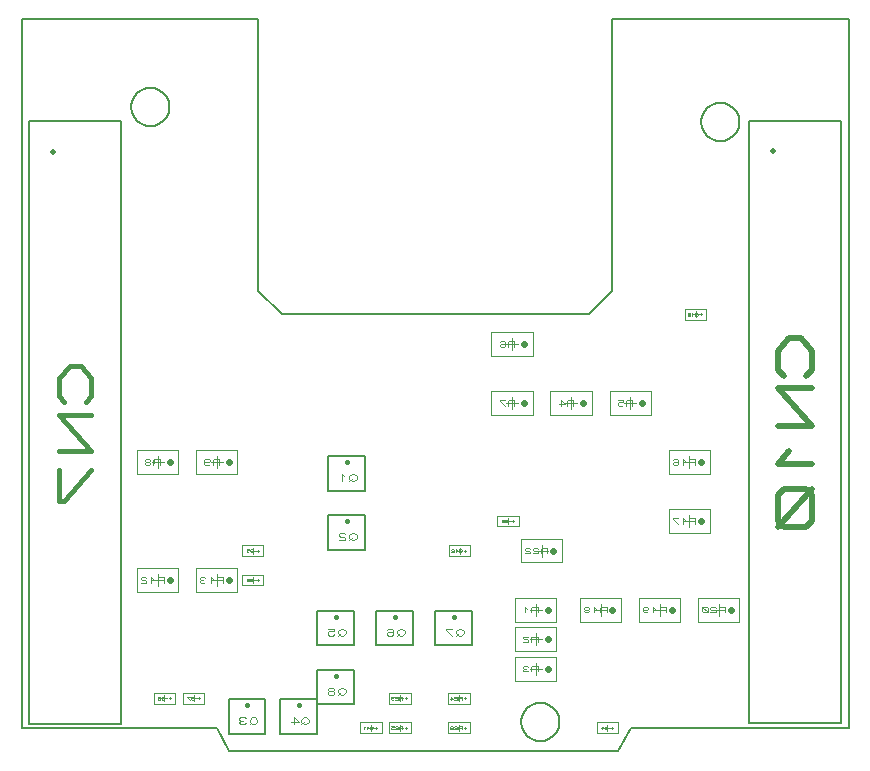
<source format=gbr>
G04 PROTEUS GERBER X2 FILE*
%TF.GenerationSoftware,Labcenter,Proteus,8.12-SP0-Build30713*%
%TF.CreationDate,2021-08-02T00:20:26+00:00*%
%TF.FileFunction,AssemblyDrawing,Bot*%
%TF.FilePolarity,Positive*%
%TF.Part,Single*%
%TF.SameCoordinates,{4cff7d1c-7656-49df-93de-6e2fb68f4e0e}*%
%FSLAX45Y45*%
%MOMM*%
G01*
%TA.AperFunction,Profile*%
%ADD21C,0.203200*%
%TA.AperFunction,Material*%
%ADD25C,0.203200*%
%ADD29C,0.508000*%
%ADD64C,0.461430*%
%ADD65C,0.473190*%
%ADD54C,0.050000*%
%ADD62C,0.579120*%
%ADD63C,0.076070*%
%ADD66C,0.406400*%
%ADD67C,0.096520*%
%ADD68C,0.243840*%
%ADD69C,0.034990*%
%ADD74C,0.038320*%
%TD.AperFunction*%
D21*
X+0Y+0D02*
X+1650000Y+0D01*
X+7000000Y+0D02*
X+7000000Y+6000000D01*
X+5000000Y+6000000D01*
X+5000000Y+3700000D01*
X+4800000Y+3500000D01*
X+2200000Y+3500000D01*
X+2000000Y+3700000D02*
X+2000000Y+6000000D01*
X+0Y+6000000D01*
X+0Y+0D01*
X+2000000Y+3700000D02*
X+2200000Y+3500000D01*
X+5160000Y+0D02*
X+7000000Y+0D01*
X+1750000Y-200000D02*
X+5050000Y-200000D01*
X+1650000Y+0D02*
X+1750000Y-200000D01*
X+5160000Y+0D02*
X+5050000Y-200000D01*
X+4550045Y+50000D02*
X+4549508Y+63142D01*
X+4545144Y+89427D01*
X+4536029Y+115712D01*
X+4521182Y+141997D01*
X+4498470Y+168118D01*
X+4472185Y+187898D01*
X+4445900Y+200658D01*
X+4419615Y+208108D01*
X+4393330Y+210987D01*
X+4389000Y+211045D01*
X+4227955Y+50000D02*
X+4228492Y+63142D01*
X+4232856Y+89427D01*
X+4241971Y+115712D01*
X+4256818Y+141997D01*
X+4279530Y+168118D01*
X+4305815Y+187898D01*
X+4332100Y+200658D01*
X+4358385Y+208108D01*
X+4384670Y+210987D01*
X+4389000Y+211045D01*
X+4227955Y+50000D02*
X+4228492Y+36858D01*
X+4232856Y+10573D01*
X+4241971Y-15712D01*
X+4256818Y-41997D01*
X+4279530Y-68118D01*
X+4305815Y-87898D01*
X+4332100Y-100658D01*
X+4358385Y-108108D01*
X+4384670Y-110987D01*
X+4389000Y-111045D01*
X+4550045Y+50000D02*
X+4549508Y+36858D01*
X+4545144Y+10573D01*
X+4536029Y-15712D01*
X+4521182Y-41997D01*
X+4498470Y-68118D01*
X+4472185Y-87898D01*
X+4445900Y-100658D01*
X+4419615Y-108108D01*
X+4393330Y-110987D01*
X+4389000Y-111045D01*
X+6074045Y+5130000D02*
X+6073508Y+5143142D01*
X+6069144Y+5169427D01*
X+6060029Y+5195712D01*
X+6045182Y+5221997D01*
X+6022470Y+5248118D01*
X+5996185Y+5267898D01*
X+5969900Y+5280658D01*
X+5943615Y+5288108D01*
X+5917330Y+5290987D01*
X+5913000Y+5291045D01*
X+5751955Y+5130000D02*
X+5752492Y+5143142D01*
X+5756856Y+5169427D01*
X+5765971Y+5195712D01*
X+5780818Y+5221997D01*
X+5803530Y+5248118D01*
X+5829815Y+5267898D01*
X+5856100Y+5280658D01*
X+5882385Y+5288108D01*
X+5908670Y+5290987D01*
X+5913000Y+5291045D01*
X+5751955Y+5130000D02*
X+5752492Y+5116858D01*
X+5756856Y+5090573D01*
X+5765971Y+5064288D01*
X+5780818Y+5038003D01*
X+5803530Y+5011882D01*
X+5829815Y+4992102D01*
X+5856100Y+4979342D01*
X+5882385Y+4971892D01*
X+5908670Y+4969013D01*
X+5913000Y+4968955D01*
X+6074045Y+5130000D02*
X+6073508Y+5116858D01*
X+6069144Y+5090573D01*
X+6060029Y+5064288D01*
X+6045182Y+5038003D01*
X+6022470Y+5011882D01*
X+5996185Y+4992102D01*
X+5969900Y+4979342D01*
X+5943615Y+4971892D01*
X+5917330Y+4969013D01*
X+5913000Y+4968955D01*
X+1248045Y+5257000D02*
X+1247508Y+5270142D01*
X+1243144Y+5296427D01*
X+1234029Y+5322712D01*
X+1219182Y+5348997D01*
X+1196470Y+5375118D01*
X+1170185Y+5394898D01*
X+1143900Y+5407658D01*
X+1117615Y+5415108D01*
X+1091330Y+5417987D01*
X+1087000Y+5418045D01*
X+925955Y+5257000D02*
X+926492Y+5270142D01*
X+930856Y+5296427D01*
X+939971Y+5322712D01*
X+954818Y+5348997D01*
X+977530Y+5375118D01*
X+1003815Y+5394898D01*
X+1030100Y+5407658D01*
X+1056385Y+5415108D01*
X+1082670Y+5417987D01*
X+1087000Y+5418045D01*
X+925955Y+5257000D02*
X+926492Y+5243858D01*
X+930856Y+5217573D01*
X+939971Y+5191288D01*
X+954818Y+5165003D01*
X+977530Y+5138882D01*
X+1003815Y+5119102D01*
X+1030100Y+5106342D01*
X+1056385Y+5098892D01*
X+1082670Y+5096013D01*
X+1087000Y+5095955D01*
X+1248045Y+5257000D02*
X+1247508Y+5243858D01*
X+1243144Y+5217573D01*
X+1234029Y+5191288D01*
X+1219182Y+5165003D01*
X+1196470Y+5138882D01*
X+1170185Y+5119102D01*
X+1143900Y+5106342D01*
X+1117615Y+5098892D01*
X+1091330Y+5096013D01*
X+1087000Y+5095955D01*
D25*
X+59840Y+35840D02*
X+840160Y+35840D01*
X+840160Y+5136160D01*
X+59840Y+5136160D01*
X+59840Y+35840D01*
D29*
X+260000Y+4876000D02*
X+260000Y+4876000D01*
D64*
X+542288Y+2754691D02*
X+588432Y+2806603D01*
X+588432Y+2962339D01*
X+496144Y+3066162D01*
X+403856Y+3066162D01*
X+311568Y+2962339D01*
X+311568Y+2806603D01*
X+357712Y+2754691D01*
X+588432Y+2650867D02*
X+311568Y+2650867D01*
X+588432Y+2339396D01*
X+311568Y+2339396D01*
X+311568Y+2183661D02*
X+311568Y+1924101D01*
X+357712Y+1924101D01*
X+588432Y+2183661D01*
D25*
X+6155840Y+39840D02*
X+6936160Y+39840D01*
X+6936160Y+5140160D01*
X+6155840Y+5140160D01*
X+6155840Y+39840D01*
D29*
X+6356000Y+4880000D02*
X+6356000Y+4880000D01*
D65*
X+6640640Y+2979569D02*
X+6687960Y+3032804D01*
X+6687960Y+3192509D01*
X+6593320Y+3298978D01*
X+6498680Y+3298978D01*
X+6404040Y+3192509D01*
X+6404040Y+3032804D01*
X+6451360Y+2979569D01*
X+6687960Y+2873099D02*
X+6404040Y+2873099D01*
X+6687960Y+2553690D01*
X+6404040Y+2553690D01*
X+6498680Y+2340751D02*
X+6404040Y+2234281D01*
X+6687960Y+2234281D01*
X+6640640Y+2021341D02*
X+6451360Y+2021341D01*
X+6404040Y+1968107D01*
X+6404040Y+1755167D01*
X+6451360Y+1701932D01*
X+6640640Y+1701932D01*
X+6687960Y+1755167D01*
X+6687960Y+1968107D01*
X+6640640Y+2021341D01*
X+6687960Y+2021341D02*
X+6404040Y+1701932D01*
D54*
X+4525000Y+900000D02*
X+4175000Y+900000D01*
X+4175000Y+1100000D01*
X+4525000Y+1100000D01*
X+4525000Y+900000D01*
X+4350000Y+1050000D02*
X+4350000Y+950000D01*
X+4300000Y+1000000D02*
X+4400000Y+1000000D01*
D62*
X+4450000Y+1000000D02*
X+4450000Y+1000000D01*
D63*
X+4365238Y+977177D02*
X+4365238Y+1022822D01*
X+4322447Y+1022822D01*
X+4313889Y+1015214D01*
X+4313889Y+1007607D01*
X+4322447Y+1000000D01*
X+4365238Y+1000000D01*
X+4322447Y+1000000D02*
X+4313889Y+992392D01*
X+4313889Y+977177D01*
X+4279656Y+1007607D02*
X+4262539Y+1022822D01*
X+4262539Y+977177D01*
D54*
X+4525000Y+650000D02*
X+4175000Y+650000D01*
X+4175000Y+850000D01*
X+4525000Y+850000D01*
X+4525000Y+650000D01*
X+4350000Y+800000D02*
X+4350000Y+700000D01*
X+4300000Y+750000D02*
X+4400000Y+750000D01*
D62*
X+4450000Y+750000D02*
X+4450000Y+750000D01*
D63*
X+4365238Y+727177D02*
X+4365238Y+772822D01*
X+4322447Y+772822D01*
X+4313889Y+765214D01*
X+4313889Y+757607D01*
X+4322447Y+750000D01*
X+4365238Y+750000D01*
X+4322447Y+750000D02*
X+4313889Y+742392D01*
X+4313889Y+727177D01*
X+4288214Y+765214D02*
X+4279656Y+772822D01*
X+4253981Y+772822D01*
X+4245423Y+765214D01*
X+4245423Y+757607D01*
X+4253981Y+750000D01*
X+4279656Y+750000D01*
X+4288214Y+742392D01*
X+4288214Y+727177D01*
X+4245423Y+727177D01*
D54*
X+4525000Y+400000D02*
X+4175000Y+400000D01*
X+4175000Y+600000D01*
X+4525000Y+600000D01*
X+4525000Y+400000D01*
X+4350000Y+550000D02*
X+4350000Y+450000D01*
X+4300000Y+500000D02*
X+4400000Y+500000D01*
D62*
X+4450000Y+500000D02*
X+4450000Y+500000D01*
D63*
X+4365238Y+477177D02*
X+4365238Y+522822D01*
X+4322447Y+522822D01*
X+4313889Y+515214D01*
X+4313889Y+507607D01*
X+4322447Y+500000D01*
X+4365238Y+500000D01*
X+4322447Y+500000D02*
X+4313889Y+492392D01*
X+4313889Y+477177D01*
X+4288214Y+515214D02*
X+4279656Y+522822D01*
X+4253981Y+522822D01*
X+4245423Y+515214D01*
X+4245423Y+507607D01*
X+4253981Y+500000D01*
X+4245423Y+492392D01*
X+4245423Y+484785D01*
X+4253981Y+477177D01*
X+4279656Y+477177D01*
X+4288214Y+484785D01*
X+4271098Y+500000D02*
X+4253981Y+500000D01*
D54*
X+4825000Y+2650000D02*
X+4475000Y+2650000D01*
X+4475000Y+2850000D01*
X+4825000Y+2850000D01*
X+4825000Y+2650000D01*
X+4650000Y+2800000D02*
X+4650000Y+2700000D01*
X+4600000Y+2750000D02*
X+4700000Y+2750000D01*
D62*
X+4750000Y+2750000D02*
X+4750000Y+2750000D01*
D63*
X+4665238Y+2727177D02*
X+4665238Y+2772822D01*
X+4622447Y+2772822D01*
X+4613889Y+2765214D01*
X+4613889Y+2757607D01*
X+4622447Y+2750000D01*
X+4665238Y+2750000D01*
X+4622447Y+2750000D02*
X+4613889Y+2742392D01*
X+4613889Y+2727177D01*
X+4545423Y+2742392D02*
X+4596772Y+2742392D01*
X+4562539Y+2772822D01*
X+4562539Y+2727177D01*
D54*
X+5325000Y+2650000D02*
X+4975000Y+2650000D01*
X+4975000Y+2850000D01*
X+5325000Y+2850000D01*
X+5325000Y+2650000D01*
X+5150000Y+2800000D02*
X+5150000Y+2700000D01*
X+5100000Y+2750000D02*
X+5200000Y+2750000D01*
D62*
X+5250000Y+2750000D02*
X+5250000Y+2750000D01*
D63*
X+5165238Y+2727177D02*
X+5165238Y+2772822D01*
X+5122447Y+2772822D01*
X+5113889Y+2765214D01*
X+5113889Y+2757607D01*
X+5122447Y+2750000D01*
X+5165238Y+2750000D01*
X+5122447Y+2750000D02*
X+5113889Y+2742392D01*
X+5113889Y+2727177D01*
X+5045423Y+2772822D02*
X+5088214Y+2772822D01*
X+5088214Y+2757607D01*
X+5053981Y+2757607D01*
X+5045423Y+2750000D01*
X+5045423Y+2734785D01*
X+5053981Y+2727177D01*
X+5079656Y+2727177D01*
X+5088214Y+2734785D01*
D54*
X+4325000Y+3150000D02*
X+3975000Y+3150000D01*
X+3975000Y+3350000D01*
X+4325000Y+3350000D01*
X+4325000Y+3150000D01*
X+4150000Y+3300000D02*
X+4150000Y+3200000D01*
X+4100000Y+3250000D02*
X+4200000Y+3250000D01*
D62*
X+4250000Y+3250000D02*
X+4250000Y+3250000D01*
D63*
X+4165238Y+3227177D02*
X+4165238Y+3272822D01*
X+4122447Y+3272822D01*
X+4113889Y+3265214D01*
X+4113889Y+3257607D01*
X+4122447Y+3250000D01*
X+4165238Y+3250000D01*
X+4122447Y+3250000D02*
X+4113889Y+3242392D01*
X+4113889Y+3227177D01*
X+4045423Y+3265214D02*
X+4053981Y+3272822D01*
X+4079656Y+3272822D01*
X+4088214Y+3265214D01*
X+4088214Y+3234785D01*
X+4079656Y+3227177D01*
X+4053981Y+3227177D01*
X+4045423Y+3234785D01*
X+4045423Y+3242392D01*
X+4053981Y+3250000D01*
X+4088214Y+3250000D01*
D54*
X+4325000Y+2650000D02*
X+3975000Y+2650000D01*
X+3975000Y+2850000D01*
X+4325000Y+2850000D01*
X+4325000Y+2650000D01*
X+4150000Y+2800000D02*
X+4150000Y+2700000D01*
X+4100000Y+2750000D02*
X+4200000Y+2750000D01*
D62*
X+4250000Y+2750000D02*
X+4250000Y+2750000D01*
D63*
X+4165238Y+2727177D02*
X+4165238Y+2772822D01*
X+4122447Y+2772822D01*
X+4113889Y+2765214D01*
X+4113889Y+2757607D01*
X+4122447Y+2750000D01*
X+4165238Y+2750000D01*
X+4122447Y+2750000D02*
X+4113889Y+2742392D01*
X+4113889Y+2727177D01*
X+4088214Y+2772822D02*
X+4045423Y+2772822D01*
X+4045423Y+2765214D01*
X+4088214Y+2727177D01*
D54*
X+1325000Y+2150000D02*
X+975000Y+2150000D01*
X+975000Y+2350000D01*
X+1325000Y+2350000D01*
X+1325000Y+2150000D01*
X+1150000Y+2300000D02*
X+1150000Y+2200000D01*
X+1100000Y+2250000D02*
X+1200000Y+2250000D01*
D62*
X+1250000Y+2250000D02*
X+1250000Y+2250000D01*
D63*
X+1165238Y+2227177D02*
X+1165238Y+2272822D01*
X+1122447Y+2272822D01*
X+1113889Y+2265214D01*
X+1113889Y+2257607D01*
X+1122447Y+2250000D01*
X+1165238Y+2250000D01*
X+1122447Y+2250000D02*
X+1113889Y+2242392D01*
X+1113889Y+2227177D01*
X+1079656Y+2250000D02*
X+1088214Y+2257607D01*
X+1088214Y+2265214D01*
X+1079656Y+2272822D01*
X+1053981Y+2272822D01*
X+1045423Y+2265214D01*
X+1045423Y+2257607D01*
X+1053981Y+2250000D01*
X+1079656Y+2250000D01*
X+1088214Y+2242392D01*
X+1088214Y+2234785D01*
X+1079656Y+2227177D01*
X+1053981Y+2227177D01*
X+1045423Y+2234785D01*
X+1045423Y+2242392D01*
X+1053981Y+2250000D01*
D54*
X+1825000Y+2150000D02*
X+1475000Y+2150000D01*
X+1475000Y+2350000D01*
X+1825000Y+2350000D01*
X+1825000Y+2150000D01*
X+1650000Y+2300000D02*
X+1650000Y+2200000D01*
X+1600000Y+2250000D02*
X+1700000Y+2250000D01*
D62*
X+1750000Y+2250000D02*
X+1750000Y+2250000D01*
D63*
X+1665238Y+2227177D02*
X+1665238Y+2272822D01*
X+1622447Y+2272822D01*
X+1613889Y+2265214D01*
X+1613889Y+2257607D01*
X+1622447Y+2250000D01*
X+1665238Y+2250000D01*
X+1622447Y+2250000D02*
X+1613889Y+2242392D01*
X+1613889Y+2227177D01*
X+1545423Y+2257607D02*
X+1553981Y+2250000D01*
X+1579656Y+2250000D01*
X+1588214Y+2257607D01*
X+1588214Y+2265214D01*
X+1579656Y+2272822D01*
X+1553981Y+2272822D01*
X+1545423Y+2265214D01*
X+1545423Y+2234785D01*
X+1553981Y+2227177D01*
X+1579656Y+2227177D01*
D54*
X+1325000Y+1150000D02*
X+975000Y+1150000D01*
X+975000Y+1350000D01*
X+1325000Y+1350000D01*
X+1325000Y+1150000D01*
X+1150000Y+1300000D02*
X+1150000Y+1200000D01*
X+1100000Y+1250000D02*
X+1200000Y+1250000D01*
D62*
X+1250000Y+1250000D02*
X+1250000Y+1250000D01*
D63*
X+1199471Y+1227177D02*
X+1199471Y+1272822D01*
X+1156680Y+1272822D01*
X+1148122Y+1265214D01*
X+1148122Y+1257607D01*
X+1156680Y+1250000D01*
X+1199471Y+1250000D01*
X+1156680Y+1250000D02*
X+1148122Y+1242392D01*
X+1148122Y+1227177D01*
X+1113889Y+1257607D02*
X+1096772Y+1272822D01*
X+1096772Y+1227177D01*
X+1053981Y+1265214D02*
X+1045423Y+1272822D01*
X+1019748Y+1272822D01*
X+1011190Y+1265214D01*
X+1011190Y+1257607D01*
X+1019748Y+1250000D01*
X+1045423Y+1250000D01*
X+1053981Y+1242392D01*
X+1053981Y+1227177D01*
X+1011190Y+1227177D01*
D54*
X+1825000Y+1150000D02*
X+1475000Y+1150000D01*
X+1475000Y+1350000D01*
X+1825000Y+1350000D01*
X+1825000Y+1150000D01*
X+1650000Y+1300000D02*
X+1650000Y+1200000D01*
X+1600000Y+1250000D02*
X+1700000Y+1250000D01*
D62*
X+1750000Y+1250000D02*
X+1750000Y+1250000D01*
D63*
X+1699471Y+1227177D02*
X+1699471Y+1272822D01*
X+1656680Y+1272822D01*
X+1648122Y+1265214D01*
X+1648122Y+1257607D01*
X+1656680Y+1250000D01*
X+1699471Y+1250000D01*
X+1656680Y+1250000D02*
X+1648122Y+1242392D01*
X+1648122Y+1227177D01*
X+1613889Y+1257607D02*
X+1596772Y+1272822D01*
X+1596772Y+1227177D01*
X+1553981Y+1265214D02*
X+1545423Y+1272822D01*
X+1519748Y+1272822D01*
X+1511190Y+1265214D01*
X+1511190Y+1257607D01*
X+1519748Y+1250000D01*
X+1511190Y+1242392D01*
X+1511190Y+1234785D01*
X+1519748Y+1227177D01*
X+1545423Y+1227177D01*
X+1553981Y+1234785D01*
X+1536865Y+1250000D02*
X+1519748Y+1250000D01*
D25*
X+2595060Y+2008700D02*
X+2904940Y+2008700D01*
X+2904940Y+2300800D01*
X+2595060Y+2300800D01*
X+2595060Y+2008700D01*
D66*
X+2750000Y+2250000D02*
X+2750000Y+2250000D01*
D67*
X+2836868Y+2128842D02*
X+2815151Y+2148146D01*
X+2793434Y+2148146D01*
X+2771717Y+2128842D01*
X+2771717Y+2109538D01*
X+2793434Y+2090234D01*
X+2815151Y+2090234D01*
X+2836868Y+2109538D01*
X+2836868Y+2128842D01*
X+2793434Y+2109538D02*
X+2771717Y+2090234D01*
X+2728283Y+2128842D02*
X+2706566Y+2148146D01*
X+2706566Y+2090234D01*
D25*
X+2595060Y+1508700D02*
X+2904940Y+1508700D01*
X+2904940Y+1800800D01*
X+2595060Y+1800800D01*
X+2595060Y+1508700D01*
D66*
X+2750000Y+1750000D02*
X+2750000Y+1750000D01*
D67*
X+2836868Y+1628842D02*
X+2815151Y+1648146D01*
X+2793434Y+1648146D01*
X+2771717Y+1628842D01*
X+2771717Y+1609538D01*
X+2793434Y+1590234D01*
X+2815151Y+1590234D01*
X+2836868Y+1609538D01*
X+2836868Y+1628842D01*
X+2793434Y+1609538D02*
X+2771717Y+1590234D01*
X+2739142Y+1638494D02*
X+2728283Y+1648146D01*
X+2695708Y+1648146D01*
X+2684849Y+1638494D01*
X+2684849Y+1628842D01*
X+2695708Y+1619190D01*
X+2728283Y+1619190D01*
X+2739142Y+1609538D01*
X+2739142Y+1590234D01*
X+2684849Y+1590234D01*
D25*
X+1751080Y-50800D02*
X+2060960Y-50800D01*
X+2060960Y+241300D01*
X+1751080Y+241300D01*
X+1751080Y-50800D01*
D66*
X+1906020Y+190500D02*
X+1906020Y+190500D01*
D67*
X+1992888Y+69342D02*
X+1971171Y+88646D01*
X+1949454Y+88646D01*
X+1927737Y+69342D01*
X+1927737Y+50038D01*
X+1949454Y+30734D01*
X+1971171Y+30734D01*
X+1992888Y+50038D01*
X+1992888Y+69342D01*
X+1949454Y+50038D02*
X+1927737Y+30734D01*
X+1895162Y+78994D02*
X+1884303Y+88646D01*
X+1851728Y+88646D01*
X+1840869Y+78994D01*
X+1840869Y+69342D01*
X+1851728Y+59690D01*
X+1840869Y+50038D01*
X+1840869Y+40386D01*
X+1851728Y+30734D01*
X+1884303Y+30734D01*
X+1895162Y+40386D01*
X+1873445Y+59690D02*
X+1851728Y+59690D01*
D25*
X+2189040Y-50800D02*
X+2498920Y-50800D01*
X+2498920Y+241300D01*
X+2189040Y+241300D01*
X+2189040Y-50800D01*
D66*
X+2343980Y+190500D02*
X+2343980Y+190500D01*
D67*
X+2430848Y+69342D02*
X+2409131Y+88646D01*
X+2387414Y+88646D01*
X+2365697Y+69342D01*
X+2365697Y+50038D01*
X+2387414Y+30734D01*
X+2409131Y+30734D01*
X+2430848Y+50038D01*
X+2430848Y+69342D01*
X+2387414Y+50038D02*
X+2365697Y+30734D01*
X+2278829Y+50038D02*
X+2343980Y+50038D01*
X+2300546Y+88646D01*
X+2300546Y+30734D01*
D54*
X+5045000Y-45000D02*
X+4865000Y-45000D01*
X+4865000Y+45000D01*
X+5045000Y+45000D01*
X+5045000Y-45000D01*
X+4955000Y+25000D02*
X+4955000Y-25000D01*
X+4930000Y+0D02*
X+4980000Y+0D01*
D68*
X+5000000Y+0D02*
X+5000000Y+0D01*
D69*
X+4933028Y-7000D02*
X+4936965Y-10499D01*
X+4948776Y-10499D01*
X+4956650Y-3500D01*
X+4956650Y+3499D01*
X+4948776Y+10498D01*
X+4936965Y+10498D01*
X+4933028Y+6999D01*
X+4901532Y-3500D02*
X+4925154Y-3500D01*
X+4909406Y+10498D01*
X+4909406Y-10499D01*
D54*
X+2045000Y+1455000D02*
X+1865000Y+1455000D01*
X+1865000Y+1545000D01*
X+2045000Y+1545000D01*
X+2045000Y+1455000D01*
X+1955000Y+1525000D02*
X+1955000Y+1475000D01*
X+1930000Y+1500000D02*
X+1980000Y+1500000D01*
D68*
X+2000000Y+1500000D02*
X+2000000Y+1500000D01*
D69*
X+1933028Y+1493000D02*
X+1936965Y+1489501D01*
X+1948776Y+1489501D01*
X+1956650Y+1496500D01*
X+1956650Y+1503499D01*
X+1948776Y+1510498D01*
X+1936965Y+1510498D01*
X+1933028Y+1506999D01*
X+1901532Y+1510498D02*
X+1921217Y+1510498D01*
X+1921217Y+1503499D01*
X+1905469Y+1503499D01*
X+1901532Y+1500000D01*
X+1901532Y+1493000D01*
X+1905469Y+1489501D01*
X+1917280Y+1489501D01*
X+1921217Y+1493000D01*
D54*
X+2045000Y+1205000D02*
X+1865000Y+1205000D01*
X+1865000Y+1295000D01*
X+2045000Y+1295000D01*
X+2045000Y+1205000D01*
X+1955000Y+1275000D02*
X+1955000Y+1225000D01*
X+1930000Y+1250000D02*
X+1980000Y+1250000D01*
D68*
X+2000000Y+1250000D02*
X+2000000Y+1250000D01*
D69*
X+1933028Y+1243000D02*
X+1936965Y+1239501D01*
X+1948776Y+1239501D01*
X+1956650Y+1246500D01*
X+1956650Y+1253499D01*
X+1948776Y+1260498D01*
X+1936965Y+1260498D01*
X+1933028Y+1256999D01*
X+1901532Y+1256999D02*
X+1905469Y+1260498D01*
X+1917280Y+1260498D01*
X+1921217Y+1256999D01*
X+1921217Y+1243000D01*
X+1917280Y+1239501D01*
X+1905469Y+1239501D01*
X+1901532Y+1243000D01*
X+1901532Y+1246500D01*
X+1905469Y+1250000D01*
X+1921217Y+1250000D01*
D54*
X+1545000Y+205000D02*
X+1365000Y+205000D01*
X+1365000Y+295000D01*
X+1545000Y+295000D01*
X+1545000Y+205000D01*
X+1455000Y+275000D02*
X+1455000Y+225000D01*
X+1430000Y+250000D02*
X+1480000Y+250000D01*
D68*
X+1500000Y+250000D02*
X+1500000Y+250000D01*
D69*
X+1433028Y+243000D02*
X+1436965Y+239501D01*
X+1448776Y+239501D01*
X+1456650Y+246500D01*
X+1456650Y+253499D01*
X+1448776Y+260498D01*
X+1436965Y+260498D01*
X+1433028Y+256999D01*
X+1421217Y+260498D02*
X+1401532Y+260498D01*
X+1401532Y+256999D01*
X+1421217Y+239501D01*
D54*
X+1295000Y+205000D02*
X+1115000Y+205000D01*
X+1115000Y+295000D01*
X+1295000Y+295000D01*
X+1295000Y+205000D01*
X+1205000Y+275000D02*
X+1205000Y+225000D01*
X+1180000Y+250000D02*
X+1230000Y+250000D01*
D68*
X+1250000Y+250000D02*
X+1250000Y+250000D01*
D69*
X+1183028Y+243000D02*
X+1186965Y+239501D01*
X+1198776Y+239501D01*
X+1206650Y+246500D01*
X+1206650Y+253499D01*
X+1198776Y+260498D01*
X+1186965Y+260498D01*
X+1183028Y+256999D01*
X+1167280Y+250000D02*
X+1171217Y+253499D01*
X+1171217Y+256999D01*
X+1167280Y+260498D01*
X+1155469Y+260498D01*
X+1151532Y+256999D01*
X+1151532Y+253499D01*
X+1155469Y+250000D01*
X+1167280Y+250000D01*
X+1171217Y+246500D01*
X+1171217Y+243000D01*
X+1167280Y+239501D01*
X+1155469Y+239501D01*
X+1151532Y+243000D01*
X+1151532Y+246500D01*
X+1155469Y+250000D01*
D54*
X+5825000Y+2150000D02*
X+5475000Y+2150000D01*
X+5475000Y+2350000D01*
X+5825000Y+2350000D01*
X+5825000Y+2150000D01*
X+5650000Y+2300000D02*
X+5650000Y+2200000D01*
X+5600000Y+2250000D02*
X+5700000Y+2250000D01*
D62*
X+5750000Y+2250000D02*
X+5750000Y+2250000D01*
D63*
X+5699471Y+2227177D02*
X+5699471Y+2272822D01*
X+5656680Y+2272822D01*
X+5648122Y+2265214D01*
X+5648122Y+2257607D01*
X+5656680Y+2250000D01*
X+5699471Y+2250000D01*
X+5656680Y+2250000D02*
X+5648122Y+2242392D01*
X+5648122Y+2227177D01*
X+5613889Y+2257607D02*
X+5596772Y+2272822D01*
X+5596772Y+2227177D01*
X+5511190Y+2265214D02*
X+5519748Y+2272822D01*
X+5545423Y+2272822D01*
X+5553981Y+2265214D01*
X+5553981Y+2234785D01*
X+5545423Y+2227177D01*
X+5519748Y+2227177D01*
X+5511190Y+2234785D01*
X+5511190Y+2242392D01*
X+5519748Y+2250000D01*
X+5553981Y+2250000D01*
D54*
X+5825000Y+1650000D02*
X+5475000Y+1650000D01*
X+5475000Y+1850000D01*
X+5825000Y+1850000D01*
X+5825000Y+1650000D01*
X+5650000Y+1800000D02*
X+5650000Y+1700000D01*
X+5600000Y+1750000D02*
X+5700000Y+1750000D01*
D62*
X+5750000Y+1750000D02*
X+5750000Y+1750000D01*
D63*
X+5699471Y+1727177D02*
X+5699471Y+1772822D01*
X+5656680Y+1772822D01*
X+5648122Y+1765214D01*
X+5648122Y+1757607D01*
X+5656680Y+1750000D01*
X+5699471Y+1750000D01*
X+5656680Y+1750000D02*
X+5648122Y+1742392D01*
X+5648122Y+1727177D01*
X+5613889Y+1757607D02*
X+5596772Y+1772822D01*
X+5596772Y+1727177D01*
X+5553981Y+1772822D02*
X+5511190Y+1772822D01*
X+5511190Y+1765214D01*
X+5553981Y+1727177D01*
D54*
X+5075000Y+900000D02*
X+4725000Y+900000D01*
X+4725000Y+1100000D01*
X+5075000Y+1100000D01*
X+5075000Y+900000D01*
X+4900000Y+1050000D02*
X+4900000Y+950000D01*
X+4850000Y+1000000D02*
X+4950000Y+1000000D01*
D62*
X+5000000Y+1000000D02*
X+5000000Y+1000000D01*
D63*
X+4949471Y+977177D02*
X+4949471Y+1022822D01*
X+4906680Y+1022822D01*
X+4898122Y+1015214D01*
X+4898122Y+1007607D01*
X+4906680Y+1000000D01*
X+4949471Y+1000000D01*
X+4906680Y+1000000D02*
X+4898122Y+992392D01*
X+4898122Y+977177D01*
X+4863889Y+1007607D02*
X+4846772Y+1022822D01*
X+4846772Y+977177D01*
X+4795423Y+1000000D02*
X+4803981Y+1007607D01*
X+4803981Y+1015214D01*
X+4795423Y+1022822D01*
X+4769748Y+1022822D01*
X+4761190Y+1015214D01*
X+4761190Y+1007607D01*
X+4769748Y+1000000D01*
X+4795423Y+1000000D01*
X+4803981Y+992392D01*
X+4803981Y+984785D01*
X+4795423Y+977177D01*
X+4769748Y+977177D01*
X+4761190Y+984785D01*
X+4761190Y+992392D01*
X+4769748Y+1000000D01*
D54*
X+5575000Y+900000D02*
X+5225000Y+900000D01*
X+5225000Y+1100000D01*
X+5575000Y+1100000D01*
X+5575000Y+900000D01*
X+5400000Y+1050000D02*
X+5400000Y+950000D01*
X+5350000Y+1000000D02*
X+5450000Y+1000000D01*
D62*
X+5500000Y+1000000D02*
X+5500000Y+1000000D01*
D63*
X+5449471Y+977177D02*
X+5449471Y+1022822D01*
X+5406680Y+1022822D01*
X+5398122Y+1015214D01*
X+5398122Y+1007607D01*
X+5406680Y+1000000D01*
X+5449471Y+1000000D01*
X+5406680Y+1000000D02*
X+5398122Y+992392D01*
X+5398122Y+977177D01*
X+5363889Y+1007607D02*
X+5346772Y+1022822D01*
X+5346772Y+977177D01*
X+5261190Y+1007607D02*
X+5269748Y+1000000D01*
X+5295423Y+1000000D01*
X+5303981Y+1007607D01*
X+5303981Y+1015214D01*
X+5295423Y+1022822D01*
X+5269748Y+1022822D01*
X+5261190Y+1015214D01*
X+5261190Y+984785D01*
X+5269748Y+977177D01*
X+5295423Y+977177D01*
D54*
X+6075000Y+900000D02*
X+5725000Y+900000D01*
X+5725000Y+1100000D01*
X+6075000Y+1100000D01*
X+6075000Y+900000D01*
X+5900000Y+1050000D02*
X+5900000Y+950000D01*
X+5850000Y+1000000D02*
X+5950000Y+1000000D01*
D62*
X+6000000Y+1000000D02*
X+6000000Y+1000000D01*
D63*
X+5949471Y+977177D02*
X+5949471Y+1022822D01*
X+5906680Y+1022822D01*
X+5898122Y+1015214D01*
X+5898122Y+1007607D01*
X+5906680Y+1000000D01*
X+5949471Y+1000000D01*
X+5906680Y+1000000D02*
X+5898122Y+992392D01*
X+5898122Y+977177D01*
X+5872447Y+1015214D02*
X+5863889Y+1022822D01*
X+5838214Y+1022822D01*
X+5829656Y+1015214D01*
X+5829656Y+1007607D01*
X+5838214Y+1000000D01*
X+5863889Y+1000000D01*
X+5872447Y+992392D01*
X+5872447Y+977177D01*
X+5829656Y+977177D01*
X+5812539Y+984785D02*
X+5812539Y+1015214D01*
X+5803981Y+1022822D01*
X+5769748Y+1022822D01*
X+5761190Y+1015214D01*
X+5761190Y+984785D01*
X+5769748Y+977177D01*
X+5803981Y+977177D01*
X+5812539Y+984785D01*
X+5812539Y+977177D02*
X+5761190Y+1022822D01*
D54*
X+4205000Y+1705000D02*
X+4025000Y+1705000D01*
X+4025000Y+1795000D01*
X+4205000Y+1795000D01*
X+4205000Y+1705000D01*
X+4115000Y+1775000D02*
X+4115000Y+1725000D01*
X+4090000Y+1750000D02*
X+4140000Y+1750000D01*
D68*
X+4160000Y+1750000D02*
X+4160000Y+1750000D01*
D69*
X+4093028Y+1743000D02*
X+4096965Y+1739501D01*
X+4108776Y+1739501D01*
X+4116650Y+1746500D01*
X+4116650Y+1753499D01*
X+4108776Y+1760498D01*
X+4096965Y+1760498D01*
X+4093028Y+1756999D01*
X+4061532Y+1753499D02*
X+4065469Y+1750000D01*
X+4077280Y+1750000D01*
X+4081217Y+1753499D01*
X+4081217Y+1756999D01*
X+4077280Y+1760498D01*
X+4065469Y+1760498D01*
X+4061532Y+1756999D01*
X+4061532Y+1743000D01*
X+4065469Y+1739501D01*
X+4077280Y+1739501D01*
D54*
X+5795000Y+3455000D02*
X+5615000Y+3455000D01*
X+5615000Y+3545000D01*
X+5795000Y+3545000D01*
X+5795000Y+3455000D01*
X+5705000Y+3525000D02*
X+5705000Y+3475000D01*
X+5680000Y+3500000D02*
X+5730000Y+3500000D01*
D68*
X+5750000Y+3500000D02*
X+5750000Y+3500000D01*
D69*
X+5698776Y+3493000D02*
X+5702713Y+3489501D01*
X+5714524Y+3489501D01*
X+5722398Y+3496500D01*
X+5722398Y+3503499D01*
X+5714524Y+3510498D01*
X+5702713Y+3510498D01*
X+5698776Y+3506999D01*
X+5683028Y+3503499D02*
X+5675154Y+3510498D01*
X+5675154Y+3489501D01*
X+5659406Y+3493000D02*
X+5659406Y+3506999D01*
X+5655469Y+3510498D01*
X+5639721Y+3510498D01*
X+5635784Y+3506999D01*
X+5635784Y+3493000D01*
X+5639721Y+3489501D01*
X+5655469Y+3489501D01*
X+5659406Y+3493000D01*
X+5659406Y+3489501D02*
X+5635784Y+3510498D01*
D25*
X+2501080Y+699200D02*
X+2810960Y+699200D01*
X+2810960Y+991300D01*
X+2501080Y+991300D01*
X+2501080Y+699200D01*
D66*
X+2656020Y+940500D02*
X+2656020Y+940500D01*
D67*
X+2742888Y+819342D02*
X+2721171Y+838646D01*
X+2699454Y+838646D01*
X+2677737Y+819342D01*
X+2677737Y+800038D01*
X+2699454Y+780734D01*
X+2721171Y+780734D01*
X+2742888Y+800038D01*
X+2742888Y+819342D01*
X+2699454Y+800038D02*
X+2677737Y+780734D01*
X+2590869Y+838646D02*
X+2645162Y+838646D01*
X+2645162Y+819342D01*
X+2601728Y+819342D01*
X+2590869Y+809690D01*
X+2590869Y+790386D01*
X+2601728Y+780734D01*
X+2634303Y+780734D01*
X+2645162Y+790386D01*
D25*
X+3001080Y+699200D02*
X+3310960Y+699200D01*
X+3310960Y+991300D01*
X+3001080Y+991300D01*
X+3001080Y+699200D01*
D66*
X+3156020Y+940500D02*
X+3156020Y+940500D01*
D67*
X+3242888Y+819342D02*
X+3221171Y+838646D01*
X+3199454Y+838646D01*
X+3177737Y+819342D01*
X+3177737Y+800038D01*
X+3199454Y+780734D01*
X+3221171Y+780734D01*
X+3242888Y+800038D01*
X+3242888Y+819342D01*
X+3199454Y+800038D02*
X+3177737Y+780734D01*
X+3090869Y+828994D02*
X+3101728Y+838646D01*
X+3134303Y+838646D01*
X+3145162Y+828994D01*
X+3145162Y+790386D01*
X+3134303Y+780734D01*
X+3101728Y+780734D01*
X+3090869Y+790386D01*
X+3090869Y+800038D01*
X+3101728Y+809690D01*
X+3145162Y+809690D01*
D25*
X+3501080Y+699200D02*
X+3810960Y+699200D01*
X+3810960Y+991300D01*
X+3501080Y+991300D01*
X+3501080Y+699200D01*
D66*
X+3656020Y+940500D02*
X+3656020Y+940500D01*
D67*
X+3742888Y+819342D02*
X+3721171Y+838646D01*
X+3699454Y+838646D01*
X+3677737Y+819342D01*
X+3677737Y+800038D01*
X+3699454Y+780734D01*
X+3721171Y+780734D01*
X+3742888Y+800038D01*
X+3742888Y+819342D01*
X+3699454Y+800038D02*
X+3677737Y+780734D01*
X+3645162Y+838646D02*
X+3590869Y+838646D01*
X+3590869Y+828994D01*
X+3645162Y+780734D01*
D25*
X+2501080Y+199200D02*
X+2810960Y+199200D01*
X+2810960Y+491300D01*
X+2501080Y+491300D01*
X+2501080Y+199200D01*
D66*
X+2656020Y+440500D02*
X+2656020Y+440500D01*
D67*
X+2742888Y+319342D02*
X+2721171Y+338646D01*
X+2699454Y+338646D01*
X+2677737Y+319342D01*
X+2677737Y+300038D01*
X+2699454Y+280734D01*
X+2721171Y+280734D01*
X+2742888Y+300038D01*
X+2742888Y+319342D01*
X+2699454Y+300038D02*
X+2677737Y+280734D01*
X+2634303Y+309690D02*
X+2645162Y+319342D01*
X+2645162Y+328994D01*
X+2634303Y+338646D01*
X+2601728Y+338646D01*
X+2590869Y+328994D01*
X+2590869Y+319342D01*
X+2601728Y+309690D01*
X+2634303Y+309690D01*
X+2645162Y+300038D01*
X+2645162Y+290386D01*
X+2634303Y+280734D01*
X+2601728Y+280734D01*
X+2590869Y+290386D01*
X+2590869Y+300038D01*
X+2601728Y+309690D01*
D54*
X+4575000Y+1400000D02*
X+4225000Y+1400000D01*
X+4225000Y+1600000D01*
X+4575000Y+1600000D01*
X+4575000Y+1400000D01*
X+4400000Y+1550000D02*
X+4400000Y+1450000D01*
X+4350000Y+1500000D02*
X+4450000Y+1500000D01*
D62*
X+4500000Y+1500000D02*
X+4500000Y+1500000D01*
D63*
X+4449471Y+1477177D02*
X+4449471Y+1522822D01*
X+4406680Y+1522822D01*
X+4398122Y+1515214D01*
X+4398122Y+1507607D01*
X+4406680Y+1500000D01*
X+4449471Y+1500000D01*
X+4406680Y+1500000D02*
X+4398122Y+1492392D01*
X+4398122Y+1477177D01*
X+4372447Y+1515214D02*
X+4363889Y+1522822D01*
X+4338214Y+1522822D01*
X+4329656Y+1515214D01*
X+4329656Y+1507607D01*
X+4338214Y+1500000D01*
X+4363889Y+1500000D01*
X+4372447Y+1492392D01*
X+4372447Y+1477177D01*
X+4329656Y+1477177D01*
X+4303981Y+1515214D02*
X+4295423Y+1522822D01*
X+4269748Y+1522822D01*
X+4261190Y+1515214D01*
X+4261190Y+1507607D01*
X+4269748Y+1500000D01*
X+4295423Y+1500000D01*
X+4303981Y+1492392D01*
X+4303981Y+1477177D01*
X+4261190Y+1477177D01*
D54*
X+3295000Y+205000D02*
X+3105000Y+205000D01*
X+3105000Y+295000D01*
X+3295000Y+295000D01*
X+3295000Y+205000D01*
X+3200000Y+275000D02*
X+3200000Y+225000D01*
X+3175000Y+250000D02*
X+3225000Y+250000D01*
D68*
X+3250000Y+250000D02*
X+3250000Y+250000D01*
D74*
X+3221898Y+238501D02*
X+3221898Y+261499D01*
X+3200338Y+261499D01*
X+3196026Y+257666D01*
X+3196026Y+253833D01*
X+3200338Y+250000D01*
X+3221898Y+250000D01*
X+3200338Y+250000D02*
X+3196026Y+246167D01*
X+3196026Y+238501D01*
X+3183090Y+257666D02*
X+3178778Y+261499D01*
X+3165842Y+261499D01*
X+3161530Y+257666D01*
X+3161530Y+253833D01*
X+3165842Y+250000D01*
X+3178778Y+250000D01*
X+3183090Y+246167D01*
X+3183090Y+238501D01*
X+3161530Y+238501D01*
X+3148594Y+257666D02*
X+3144282Y+261499D01*
X+3131346Y+261499D01*
X+3127034Y+257666D01*
X+3127034Y+253833D01*
X+3131346Y+250000D01*
X+3127034Y+246167D01*
X+3127034Y+242334D01*
X+3131346Y+238501D01*
X+3144282Y+238501D01*
X+3148594Y+242334D01*
X+3139970Y+250000D02*
X+3131346Y+250000D01*
D54*
X+3795000Y+205000D02*
X+3605000Y+205000D01*
X+3605000Y+295000D01*
X+3795000Y+295000D01*
X+3795000Y+205000D01*
X+3700000Y+275000D02*
X+3700000Y+225000D01*
X+3675000Y+250000D02*
X+3725000Y+250000D01*
D68*
X+3750000Y+250000D02*
X+3750000Y+250000D01*
D74*
X+3721898Y+238501D02*
X+3721898Y+261499D01*
X+3700338Y+261499D01*
X+3696026Y+257666D01*
X+3696026Y+253833D01*
X+3700338Y+250000D01*
X+3721898Y+250000D01*
X+3700338Y+250000D02*
X+3696026Y+246167D01*
X+3696026Y+238501D01*
X+3683090Y+257666D02*
X+3678778Y+261499D01*
X+3665842Y+261499D01*
X+3661530Y+257666D01*
X+3661530Y+253833D01*
X+3665842Y+250000D01*
X+3678778Y+250000D01*
X+3683090Y+246167D01*
X+3683090Y+238501D01*
X+3661530Y+238501D01*
X+3627034Y+246167D02*
X+3652906Y+246167D01*
X+3635658Y+261499D01*
X+3635658Y+238501D01*
D54*
X+3295000Y-45000D02*
X+3105000Y-45000D01*
X+3105000Y+45000D01*
X+3295000Y+45000D01*
X+3295000Y-45000D01*
X+3200000Y+25000D02*
X+3200000Y-25000D01*
X+3175000Y+0D02*
X+3225000Y+0D01*
D68*
X+3250000Y+0D02*
X+3250000Y+0D01*
D74*
X+3221898Y-11499D02*
X+3221898Y+11499D01*
X+3200338Y+11499D01*
X+3196026Y+7666D01*
X+3196026Y+3833D01*
X+3200338Y+0D01*
X+3221898Y+0D01*
X+3200338Y+0D02*
X+3196026Y-3833D01*
X+3196026Y-11499D01*
X+3183090Y+7666D02*
X+3178778Y+11499D01*
X+3165842Y+11499D01*
X+3161530Y+7666D01*
X+3161530Y+3833D01*
X+3165842Y+0D01*
X+3178778Y+0D01*
X+3183090Y-3833D01*
X+3183090Y-11499D01*
X+3161530Y-11499D01*
X+3127034Y+11499D02*
X+3148594Y+11499D01*
X+3148594Y+3833D01*
X+3131346Y+3833D01*
X+3127034Y+0D01*
X+3127034Y-7666D01*
X+3131346Y-11499D01*
X+3144282Y-11499D01*
X+3148594Y-7666D01*
D54*
X+3795000Y-45000D02*
X+3605000Y-45000D01*
X+3605000Y+45000D01*
X+3795000Y+45000D01*
X+3795000Y-45000D01*
X+3700000Y+25000D02*
X+3700000Y-25000D01*
X+3675000Y+0D02*
X+3725000Y+0D01*
D68*
X+3750000Y+0D02*
X+3750000Y+0D01*
D74*
X+3721898Y-11499D02*
X+3721898Y+11499D01*
X+3700338Y+11499D01*
X+3696026Y+7666D01*
X+3696026Y+3833D01*
X+3700338Y+0D01*
X+3721898Y+0D01*
X+3700338Y+0D02*
X+3696026Y-3833D01*
X+3696026Y-11499D01*
X+3683090Y+7666D02*
X+3678778Y+11499D01*
X+3665842Y+11499D01*
X+3661530Y+7666D01*
X+3661530Y+3833D01*
X+3665842Y+0D01*
X+3678778Y+0D01*
X+3683090Y-3833D01*
X+3683090Y-11499D01*
X+3661530Y-11499D01*
X+3627034Y+7666D02*
X+3631346Y+11499D01*
X+3644282Y+11499D01*
X+3648594Y+7666D01*
X+3648594Y-7666D01*
X+3644282Y-11499D01*
X+3631346Y-11499D01*
X+3627034Y-7666D01*
X+3627034Y-3833D01*
X+3631346Y+0D01*
X+3648594Y+0D01*
D54*
X+3045000Y-45000D02*
X+2865000Y-45000D01*
X+2865000Y+45000D01*
X+3045000Y+45000D01*
X+3045000Y-45000D01*
X+2955000Y+25000D02*
X+2955000Y-25000D01*
X+2930000Y+0D02*
X+2980000Y+0D01*
D68*
X+3000000Y+0D02*
X+3000000Y+0D01*
D69*
X+2948776Y-7000D02*
X+2952713Y-10499D01*
X+2964524Y-10499D01*
X+2972398Y-3500D01*
X+2972398Y+3499D01*
X+2964524Y+10498D01*
X+2952713Y+10498D01*
X+2948776Y+6999D01*
X+2933028Y+3499D02*
X+2925154Y+10498D01*
X+2925154Y-10499D01*
X+2901532Y+3499D02*
X+2893658Y+10498D01*
X+2893658Y-10499D01*
D54*
X+3795000Y+1455000D02*
X+3615000Y+1455000D01*
X+3615000Y+1545000D01*
X+3795000Y+1545000D01*
X+3795000Y+1455000D01*
X+3705000Y+1525000D02*
X+3705000Y+1475000D01*
X+3680000Y+1500000D02*
X+3730000Y+1500000D01*
D68*
X+3750000Y+1500000D02*
X+3750000Y+1500000D01*
D69*
X+3698776Y+1493000D02*
X+3702713Y+1489501D01*
X+3714524Y+1489501D01*
X+3722398Y+1496500D01*
X+3722398Y+1503499D01*
X+3714524Y+1510498D01*
X+3702713Y+1510498D01*
X+3698776Y+1506999D01*
X+3683028Y+1503499D02*
X+3675154Y+1510498D01*
X+3675154Y+1489501D01*
X+3655469Y+1506999D02*
X+3651532Y+1510498D01*
X+3639721Y+1510498D01*
X+3635784Y+1506999D01*
X+3635784Y+1503499D01*
X+3639721Y+1500000D01*
X+3651532Y+1500000D01*
X+3655469Y+1496500D01*
X+3655469Y+1489501D01*
X+3635784Y+1489501D01*
M02*

</source>
